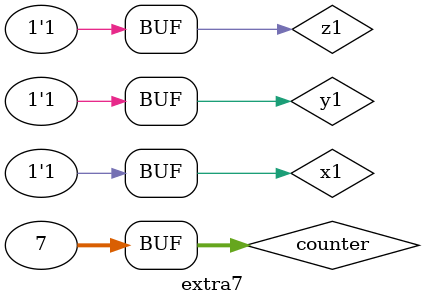
<source format=v>
module EXTRA7(output s2, input x1, input y1, input z1);
	assign s2 = (~x1 & ~y1 & z1) | (x1 & y1 & ~z1);
endmodule

module extra7;
	
	integer counter;
	reg x1,y1,z1;
	wire s2;
	EXTRA7 fxyz_2(s2,x1,y1,z1);

	initial begin:main;
		x1=0; y1=0; z1=0; counter = 0;
		$display("Tabela verdade exercicio 7:");
		$monitor("%0d | %b %b %b | %b", counter,x1,y1,z1,s2);
#1 z1=1; counter++;
#1 z1=0; y1=1; counter++;
#1 z1=1; y1=1; counter++;
#1 z1=0; y1=0; x1=1; counter++;
#1 z1=1; y1=0; counter++;
#1 z1=0; y1=1; counter++;
#1 z1=1; counter++;
	end
endmodule

</source>
